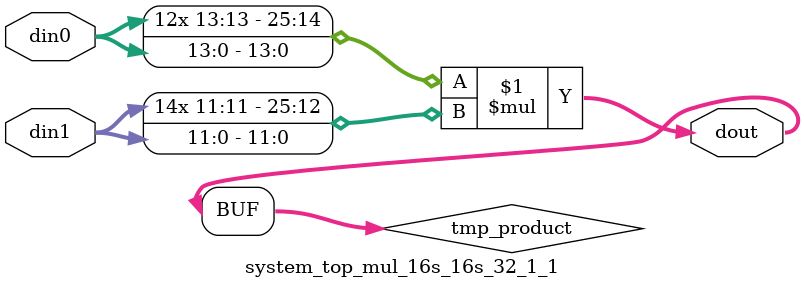
<source format=v>

`timescale 1 ns / 1 ps

 module system_top_mul_16s_16s_32_1_1(din0, din1, dout);
parameter ID = 1;
parameter NUM_STAGE = 0;
parameter din0_WIDTH = 14;
parameter din1_WIDTH = 12;
parameter dout_WIDTH = 26;

input [din0_WIDTH - 1 : 0] din0; 
input [din1_WIDTH - 1 : 0] din1; 
output [dout_WIDTH - 1 : 0] dout;

wire signed [dout_WIDTH - 1 : 0] tmp_product;



























assign tmp_product = $signed(din0) * $signed(din1);








assign dout = tmp_product;





















endmodule

</source>
